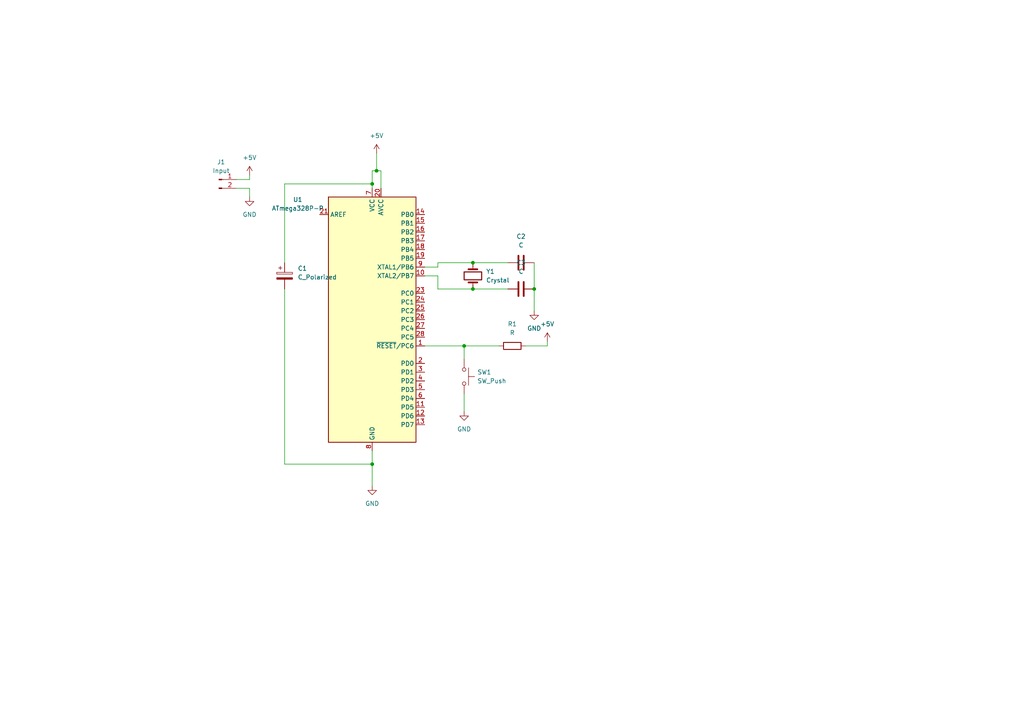
<source format=kicad_sch>
(kicad_sch (version 20211123) (generator eeschema)
  (paper "A4")
  (title_block (title "System"))
  (lib_symbols
    (symbol "Connector:Conn_01x02_Male" (pin_names (offset 1.016) hide)
      (property "Reference" "J" (at 0 2.54 0))
      (property "Value" "Conn_01x02_Male" (at 0 -5.08 0))
      (symbol "Conn_01x02_Male_1_1"
        (polyline (pts (xy 1.27 -2.54) (xy 0.8636 -2.54)) (stroke (width 0.1524)))
        (polyline (pts (xy 1.27 0) (xy 0.8636 0)) (stroke (width 0.1524)))
        (rectangle (start 0.8636 -2.413) (end 0 -2.667) (stroke (width 0.1524)) (fill (type outline)))
        (rectangle (start 0.8636 0.127) (end 0 -0.127) (stroke (width 0.1524)) (fill (type outline)))
        (pin passive line (at 5.08 0 180) (length 3.81) (name "Pin_1") (number "1"))
        (pin passive line (at 5.08 -2.54 180) (length 3.81) (name "Pin_2") (number "2"))
      )
    )
    (symbol "Device:C" (pin_numbers hide) (pin_names (offset 0.254))
      (property "Reference" "C" (at 0.635 2.54 0))
      (property "Value" "C" (at 0.635 -2.54 0))
      (symbol "C_0_1"
        (polyline (pts (xy -2.032 -0.762) (xy 2.032 -0.762)) (stroke (width 0.508)))
        (polyline (pts (xy -2.032 0.762) (xy 2.032 0.762)) (stroke (width 0.508)))
      )
      (symbol "C_1_1"
        (pin passive line (at 0 3.81 270) (length 2.794) (name "~") (number "1"))
        (pin passive line (at 0 -3.81 90) (length 2.794) (name "~") (number "2"))
      )
    )
    (symbol "Device:C_Polarized" (pin_numbers hide) (pin_names (offset 0.254))
      (property "Reference" "C" (at 0.635 2.54 0))
      (property "Value" "C_Polarized" (at 0.635 -2.54 0))
      (symbol "C_Polarized_0_1"
        (rectangle (start -2.286 0.508) (end 2.286 1.016))
        (polyline (pts (xy -1.778 2.286) (xy -0.762 2.286)))
        (polyline (pts (xy -1.27 2.794) (xy -1.27 1.778)))
        (rectangle (start 2.286 -0.508) (end -2.286 -1.016) (fill (type outline)))
      )
      (symbol "C_Polarized_1_1"
        (pin passive line (at 0 3.81 270) (length 2.794) (name "~") (number "1"))
        (pin passive line (at 0 -3.81 90) (length 2.794) (name "~") (number "2"))
      )
    )
    (symbol "Device:Crystal" (pin_numbers hide) (pin_names (offset 1.016) hide)
      (property "Reference" "Y" (at 0 3.81 0))
      (property "Value" "Crystal" (at 0 -3.81 0))
      (symbol "Crystal_0_1"
        (rectangle (start -1.143 2.54) (end 1.143 -2.54) (stroke (width 0.3048)))
        (polyline (pts (xy -2.54 0) (xy -1.905 0)))
        (polyline (pts (xy -1.905 -1.27) (xy -1.905 1.27)) (stroke (width 0.508)))
        (polyline (pts (xy 1.905 -1.27) (xy 1.905 1.27)) (stroke (width 0.508)))
        (polyline (pts (xy 2.54 0) (xy 1.905 0)))
      )
      (symbol "Crystal_1_1"
        (pin passive line (at -3.81 0 0) (length 1.27) (name "1") (number "1"))
        (pin passive line (at 3.81 0 180) (length 1.27) (name "2") (number "2"))
      )
    )
    (symbol "Device:R" (pin_numbers hide) (pin_names (offset 0))
      (property "Reference" "R" (at 2.032 0 90))
      (property "Value" "R" (at 0 0 90))
      (symbol "R_0_1"
        (rectangle (start -1.016 -2.54) (end 1.016 2.54) (stroke (width 0.254)))
      )
      (symbol "R_1_1"
        (pin passive line (at 0 3.81 270) (length 1.27) (name "~") (number "1"))
        (pin passive line (at 0 -3.81 90) (length 1.27) (name "~") (number "2"))
      )
    )
    (symbol "MCU_Microchip_ATmega:ATmega328P-P"
      (property "Reference" "U" (at -12.7 36.83 0))
      (property "Value" "ATmega328P-P" (at 2.54 -36.83 0))
      (symbol "ATmega328P-P_0_1"
        (rectangle (start -12.7 -35.56) (end 12.7 35.56) (stroke (width 0.254)) (fill (type background)))
      )
      (symbol "ATmega328P-P_1_1"
        (pin bidirectional line (at 15.24 -7.62 180) (length 2.54) (name "~{RESET}/PC6") (number "1"))
        (pin bidirectional line (at 15.24 12.7 180) (length 2.54) (name "XTAL2/PB7") (number "10"))
        (pin bidirectional line (at 15.24 -25.4 180) (length 2.54) (name "PD5") (number "11"))
        (pin bidirectional line (at 15.24 -27.94 180) (length 2.54) (name "PD6") (number "12"))
        (pin bidirectional line (at 15.24 -30.48 180) (length 2.54) (name "PD7") (number "13"))
        (pin bidirectional line (at 15.24 30.48 180) (length 2.54) (name "PB0") (number "14"))
        (pin bidirectional line (at 15.24 27.94 180) (length 2.54) (name "PB1") (number "15"))
        (pin bidirectional line (at 15.24 25.4 180) (length 2.54) (name "PB2") (number "16"))
        (pin bidirectional line (at 15.24 22.86 180) (length 2.54) (name "PB3") (number "17"))
        (pin bidirectional line (at 15.24 20.32 180) (length 2.54) (name "PB4") (number "18"))
        (pin bidirectional line (at 15.24 17.78 180) (length 2.54) (name "PB5") (number "19"))
        (pin bidirectional line (at 15.24 -12.7 180) (length 2.54) (name "PD0") (number "2"))
        (pin power_in line (at 2.54 38.1 270) (length 2.54) (name "AVCC") (number "20"))
        (pin passive line (at -15.24 30.48 0) (length 2.54) (name "AREF") (number "21"))
        (pin passive line (at 0 -38.1 90) (length 2.54) hide (name "GND") (number "22"))
        (pin bidirectional line (at 15.24 7.62 180) (length 2.54) (name "PC0") (number "23"))
        (pin bidirectional line (at 15.24 5.08 180) (length 2.54) (name "PC1") (number "24"))
        (pin bidirectional line (at 15.24 2.54 180) (length 2.54) (name "PC2") (number "25"))
        (pin bidirectional line (at 15.24 0 180) (length 2.54) (name "PC3") (number "26"))
        (pin bidirectional line (at 15.24 -2.54 180) (length 2.54) (name "PC4") (number "27"))
        (pin bidirectional line (at 15.24 -5.08 180) (length 2.54) (name "PC5") (number "28"))
        (pin bidirectional line (at 15.24 -15.24 180) (length 2.54) (name "PD1") (number "3"))
        (pin bidirectional line (at 15.24 -17.78 180) (length 2.54) (name "PD2") (number "4"))
        (pin bidirectional line (at 15.24 -20.32 180) (length 2.54) (name "PD3") (number "5"))
        (pin bidirectional line (at 15.24 -22.86 180) (length 2.54) (name "PD4") (number "6"))
        (pin power_in line (at 0 38.1 270) (length 2.54) (name "VCC") (number "7"))
        (pin power_in line (at 0 -38.1 90) (length 2.54) (name "GND") (number "8"))
        (pin bidirectional line (at 15.24 15.24 180) (length 2.54) (name "XTAL1/PB6") (number "9"))
      )
    )
    (symbol "Switch:SW_Push" (pin_numbers hide) (pin_names (offset 1.016) hide)
      (property "Reference" "SW" (at 1.27 2.54 0))
      (property "Value" "SW_Push" (at 0 -1.524 0))
      (symbol "SW_Push_0_1"
        (circle (center -2.032 0) (radius 0.508))
        (polyline (pts (xy 0 1.27) (xy 0 3.048)))
        (polyline (pts (xy 2.54 1.27) (xy -2.54 1.27)))
        (circle (center 2.032 0) (radius 0.508))
        (pin passive line (at -5.08 0 0) (length 2.54) (name "1") (number "1"))
        (pin passive line (at 5.08 0 180) (length 2.54) (name "2") (number "2"))
      )
    )
    (symbol "power:+5V" (power) (pin_names (offset 0))
      (property "Value" "+5V" (at 0 3.556 0))
      (symbol "+5V_0_1"
        (polyline (pts (xy -0.762 1.27) (xy 0 2.54)))
        (polyline (pts (xy 0 0) (xy 0 2.54)))
        (polyline (pts (xy 0 2.54) (xy 0.762 1.27)))
      )
      (symbol "+5V_1_1"
        (pin power_in line (at 0 0 90) (length 0) hide (name "+5V") (number "1"))
      )
    )
    (symbol "power:GND" (power) (pin_names (offset 0))
      (property "Value" "GND" (at 0 -3.81 0))
      (symbol "GND_0_1"
        (polyline (pts (xy 0 0) (xy 0 -1.27) (xy 1.27 -1.27) (xy 0 -2.54) (xy -1.27 -1.27) (xy 0 -1.27)))
      )
      (symbol "GND_1_1"
        (pin power_in line (at 0 0 270) (length 0) hide (name "GND") (number "1"))
      )
    )
  )
  (junction (at 107.95 53.34))
  (junction (at 137.16 83.82))
  (junction (at 109.22 49.53))
  (junction (at 137.16 76.2))
  (junction (at 154.94 83.82))
  (junction (at 134.62 100.33))
  (junction (at 107.95 134.62))
  (wire (pts (xy 107.95 49.53) (xy 107.95 53.34)))
  (wire (pts (xy 72.39 50.8) (xy 72.39 52.07)))
  (wire (pts (xy 82.55 83.82) (xy 82.55 134.62)))
  (wire (pts (xy 82.55 76.2) (xy 82.55 53.34)))
  (wire (pts (xy 154.94 83.82) (xy 154.94 90.17)))
  (wire (pts (xy 109.22 44.45) (xy 109.22 49.53)))
  (wire (pts (xy 127 83.82) (xy 137.16 83.82)))
  (wire (pts (xy 123.19 100.33) (xy 134.62 100.33)))
  (wire (pts (xy 107.95 53.34) (xy 107.95 54.61)))
  (wire (pts (xy 158.75 99.06) (xy 158.75 100.33)))
  (wire (pts (xy 134.62 100.33) (xy 144.78 100.33)))
  (wire (pts (xy 137.16 83.82) (xy 147.32 83.82)))
  (wire (pts (xy 123.19 77.47) (xy 127 77.47)))
  (wire (pts (xy 134.62 114.3) (xy 134.62 119.38)))
  (wire (pts (xy 127 77.47) (xy 127 76.2)))
  (wire (pts (xy 152.4 100.33) (xy 158.75 100.33)))
  (wire (pts (xy 127 76.2) (xy 137.16 76.2)))
  (wire (pts (xy 137.16 76.2) (xy 147.32 76.2)))
  (wire (pts (xy 82.55 53.34) (xy 107.95 53.34)))
  (wire (pts (xy 72.39 54.61) (xy 68.58 54.61)))
  (wire (pts (xy 107.95 134.62) (xy 107.95 140.97)))
  (wire (pts (xy 107.95 130.81) (xy 107.95 134.62)))
  (wire (pts (xy 154.94 76.2) (xy 154.94 83.82)))
  (wire (pts (xy 127 80.01) (xy 127 83.82)))
  (wire (pts (xy 72.39 52.07) (xy 68.58 52.07)))
  (wire (pts (xy 123.19 80.01) (xy 127 80.01)))
  (wire (pts (xy 110.49 54.61) (xy 110.49 49.53)))
  (wire (pts (xy 109.22 49.53) (xy 107.95 49.53)))
  (wire (pts (xy 110.49 49.53) (xy 109.22 49.53)))
  (wire (pts (xy 72.39 57.15) (xy 72.39 54.61)))
  (wire (pts (xy 82.55 134.62) (xy 107.95 134.62)))
  (wire (pts (xy 134.62 100.33) (xy 134.62 104.14)))
  (symbol (lib_id "Connector:Conn_01x02_Male") (at 63.5 52.07 0) (unit 1)
    (property "Reference" "J1" (at 64.135 46.99 0))
    (property "Value" "Input" (at 64.135 49.53 0))
    (property "Footprint" "Resistor_THT:R_Axial_DIN0411_L9.9mm_D3.6mm_P5.08mm_Vertical" (effects hide))
  )
  (symbol (lib_id "power:+5V") (at 158.75 99.06 0) (unit 1)
    (property "Reference" "#PWR0101" (effects hide))
    (property "Value" "+5V" (at 158.75 93.98 0))
  )
  (symbol (lib_id "power:+5V") (at 109.22 44.45 0) (unit 1)
    (property "Reference" "#PWR0105" (effects hide))
    (property "Value" "+5V" (at 109.22 39.37 0))
  )
  (symbol (lib_id "power:GND") (at 72.39 57.15 0) (unit 1)
    (property "Reference" "#PWR0107" (effects hide))
    (property "Value" "GND" (at 72.39 62.23 0))
  )
  (symbol (lib_id "Device:C") (at 151.13 83.82 90) (unit 1)
    (property "Reference" "C3" (at 151.13 76.2 90))
    (property "Value" "C" (at 151.13 78.74 90))
    (property "Footprint" "Capacitor_THT:C_Disc_D7.0mm_W2.5mm_P5.00mm" (effects hide))
  )
  (symbol (lib_id "Device:C_Polarized") (at 82.55 80.01 0) (unit 1)
    (property "Reference" "C1" (at 86.36 77.8509 0) (effects (justify left)))
    (property "Value" "C_Polarized" (at 86.36 80.3909 0) (effects (justify left)))
    (property "Footprint" "Capacitor_THT:CP_Radial_D5.0mm_P2.00mm" (effects hide))
  )
  (symbol (lib_id "power:GND") (at 107.95 140.97 0) (unit 1)
    (property "Reference" "#PWR0103" (effects hide))
    (property "Value" "GND" (at 107.95 146.05 0))
  )
  (symbol (lib_id "power:GND") (at 154.94 90.17 0) (unit 1)
    (property "Reference" "#PWR0102" (effects hide))
    (property "Value" "GND" (at 154.94 95.25 0))
  )
  (symbol (lib_id "Device:Crystal") (at 137.16 80.01 90) (unit 1)
    (property "Reference" "Y1" (at 140.97 78.7399 90) (effects (justify right)))
    (property "Value" "Crystal" (at 140.97 81.2799 90) (effects (justify right)))
    (property "Footprint" "Resistor_THT:R_Box_L8.4mm_W2.5mm_P5.08mm" (effects hide))
  )
  (symbol (lib_id "power:+5V") (at 72.39 50.8 0) (unit 1)
    (property "Reference" "#PWR0106" (effects hide))
    (property "Value" "+5V" (at 72.39 45.72 0))
  )
  (symbol (lib_id "power:GND") (at 134.62 119.38 0) (unit 1)
    (property "Reference" "#PWR0104" (effects hide))
    (property "Value" "GND" (at 134.62 124.46 0))
  )
  (symbol (lib_id "MCU_Microchip_ATmega:ATmega328P-P") (at 107.95 92.71 0) (unit 1)
    (property "Reference" "U1" (at 86.36 57.8993 0))
    (property "Value" "ATmega328P-P" (at 86.36 60.4393 0))
    (property "Footprint" "Package_DIP:DIP-28_W7.62mm" (effects hide))
    (property "Datasheet" "http://ww1.microchip.com/downloads/en/DeviceDoc/ATmega328_P%20AVR%20MCU%20with%20picoPower%20Technology%20Data%20Sheet%2040001984A.pdf" (effects hide))
  )
  (symbol (lib_id "Device:R") (at 148.59 100.33 90) (unit 1)
    (property "Reference" "R1" (at 148.59 93.98 90))
    (property "Value" "R" (at 148.59 96.52 90))
    (property "Footprint" "Resistor_THT:R_Axial_DIN0207_L6.3mm_D2.5mm_P10.16mm_Horizontal" (effects hide))
  )
  (symbol (lib_id "Switch:SW_Push") (at 134.62 109.22 270) (unit 1)
    (property "Reference" "SW1" (at 138.43 107.9499 90) (effects (justify left)))
    (property "Value" "SW_Push" (at 138.43 110.4899 90) (effects (justify left)))
    (property "Footprint" "Button_Switch_THT:SW_PUSH_6mm" (effects hide))
  )
  (symbol (lib_id "Device:C") (at 151.13 76.2 90) (unit 1)
    (property "Reference" "C2" (at 151.13 68.58 90))
    (property "Value" "C" (at 151.13 71.12 90))
    (property "Footprint" "Capacitor_THT:C_Disc_D7.0mm_W2.5mm_P5.00mm" (effects hide))
  )
)
</source>
